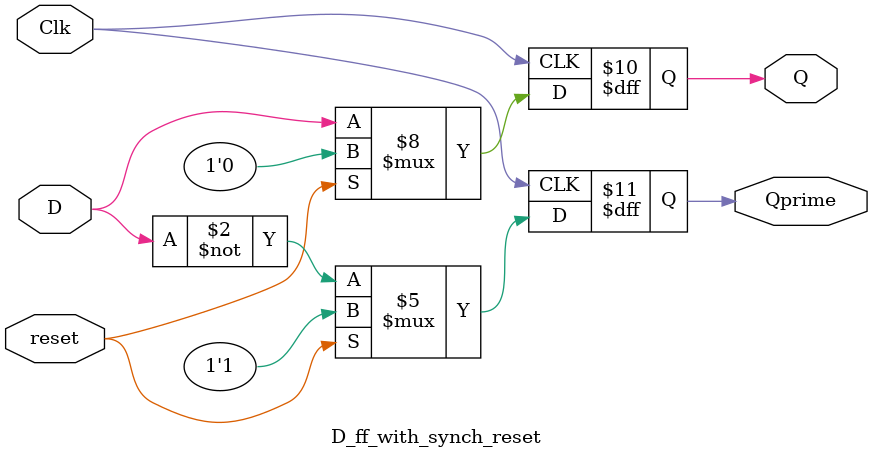
<source format=sv>

module SR_latch (R, S, Q, Qprime);
input R, S;
output Q, Qprime;
nor n0(Q,R,Qprime);
nor n1(Qprime,S,Q);

endmodule

module D_Latch (D, C, Q, Qprime);
  input D, C;
  output Q, Qprime;
  reg Q = 0, Qprime;
  
  always @ (D or C)
    begin
      if (C) begin
        Q <= D;
      Qprime <= ~D;
      end
    end
endmodule

module D_ff (Clk, D, Q, Qprime);
  input Clk, D;
  output reg Q, Qprime;
  
  always @ (posedge Clk)
      begin
 		Q <= D;
        Qprime <= ~D;
      end
endmodule
  

module D_ff_with_synch_reset (D, Clk, reset, Q, Qprime);
         input D, Clk, reset;
         output Q, Qprime;
         reg Q =0, Qprime;

always @(posedge Clk)
if (reset)
                                            begin
Q <= 1'b0;
Qprime <= 1'b1; 
                                             end
 else
      begin
Q <= D;
  	Qprime <= ~D;
      end
         endmodule

</source>
